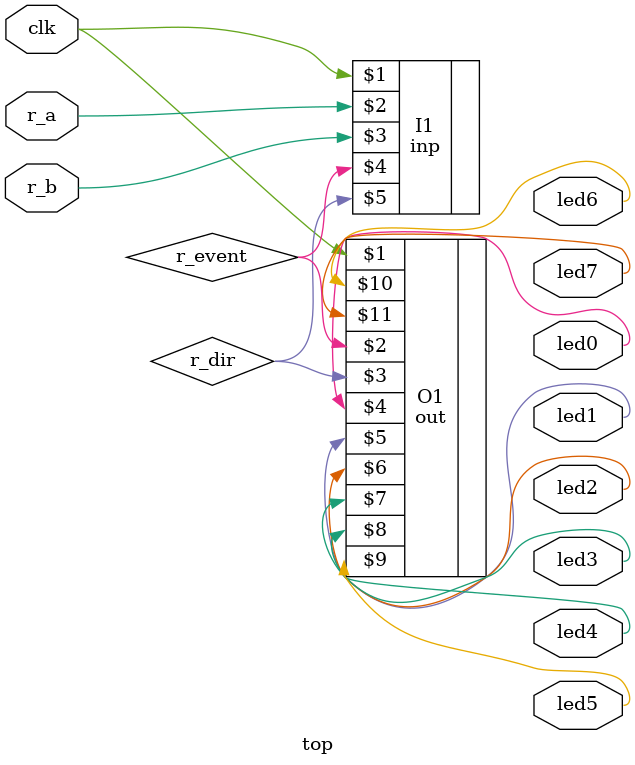
<source format=v>
`timescale 1ns / 1ps
module top(clk,r_a,r_b,led0, led1, led2, led3, led4, led5, led6, led7);
input clk, r_a, r_b;
output led0, led1, led2, led3, led4, led5, led6, led7;
wire led0, led1, led2, led3, led4, led5, led6, led7;
wire r_event,r_dir;



inp I1(clk,r_a,r_b,r_event,r_dir);
out O1(clk, r_event, r_dir,led0, led1, led2, led3, led4, led5, led6, led7);

endmodule

</source>
